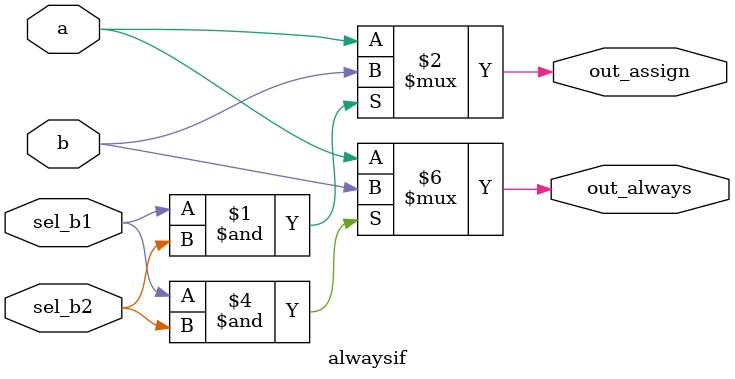
<source format=sv>
module alwaysif(
    input a,
    input b,
    input sel_b1,
    input sel_b2,
    output wire out_assign,
    output reg out_always   ); 

    assign out_assign = (sel_b1 & sel_b2) ? b : a;

    always_comb begin
        if(sel_b1 & sel_b2) begin
            out_always = b;
        end

        else begin
            out_always = a;
        end
    end
endmodule

// // synthesis verilog_input_version verilog_2001
// module alwaysif(
//     input a,
//     input b,
//     input sel_b1,
//     input sel_b2,
//     output wire out_assign,
//     output reg out_always   ); 

//     assign out_assign = (sel_b1 & sel_b2) ? b : a;

//     always @(*) begin
//         if(sel_b1 & sel_b2) begin
//             out_always = b;
//         end

//         else begin
//             out_always = a;
//         end
//     end
// endmodule
</source>
